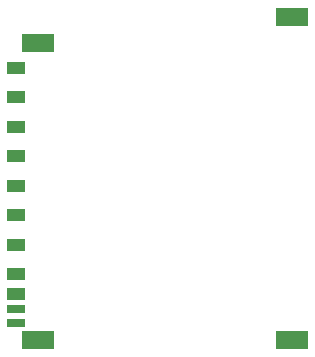
<source format=gbr>
G04 #@! TF.GenerationSoftware,KiCad,Pcbnew,(5.1.5)-3*
G04 #@! TF.CreationDate,2020-01-23T23:17:30-08:00*
G04 #@! TF.ProjectId,sdInterface,7364496e-7465-4726-9661-63652e6b6963,rev?*
G04 #@! TF.SameCoordinates,Original*
G04 #@! TF.FileFunction,Paste,Top*
G04 #@! TF.FilePolarity,Positive*
%FSLAX46Y46*%
G04 Gerber Fmt 4.6, Leading zero omitted, Abs format (unit mm)*
G04 Created by KiCad (PCBNEW (5.1.5)-3) date 2020-01-23 23:17:30*
%MOMM*%
%LPD*%
G04 APERTURE LIST*
%ADD10R,1.500000X1.000000*%
%ADD11R,1.500000X0.700000*%
%ADD12R,2.800000X1.500000*%
G04 APERTURE END LIST*
D10*
X92225000Y-81825000D03*
X92225000Y-84325000D03*
X92225000Y-86825000D03*
X92225000Y-89325000D03*
X92225000Y-91825000D03*
X92225000Y-94325000D03*
X92225000Y-96755000D03*
X92225000Y-98455000D03*
X92225000Y-79325000D03*
D11*
X92225000Y-99755000D03*
X92225000Y-100955000D03*
D12*
X94025000Y-77250000D03*
X115525000Y-75050000D03*
X115525000Y-102350000D03*
X94025000Y-102350000D03*
M02*

</source>
